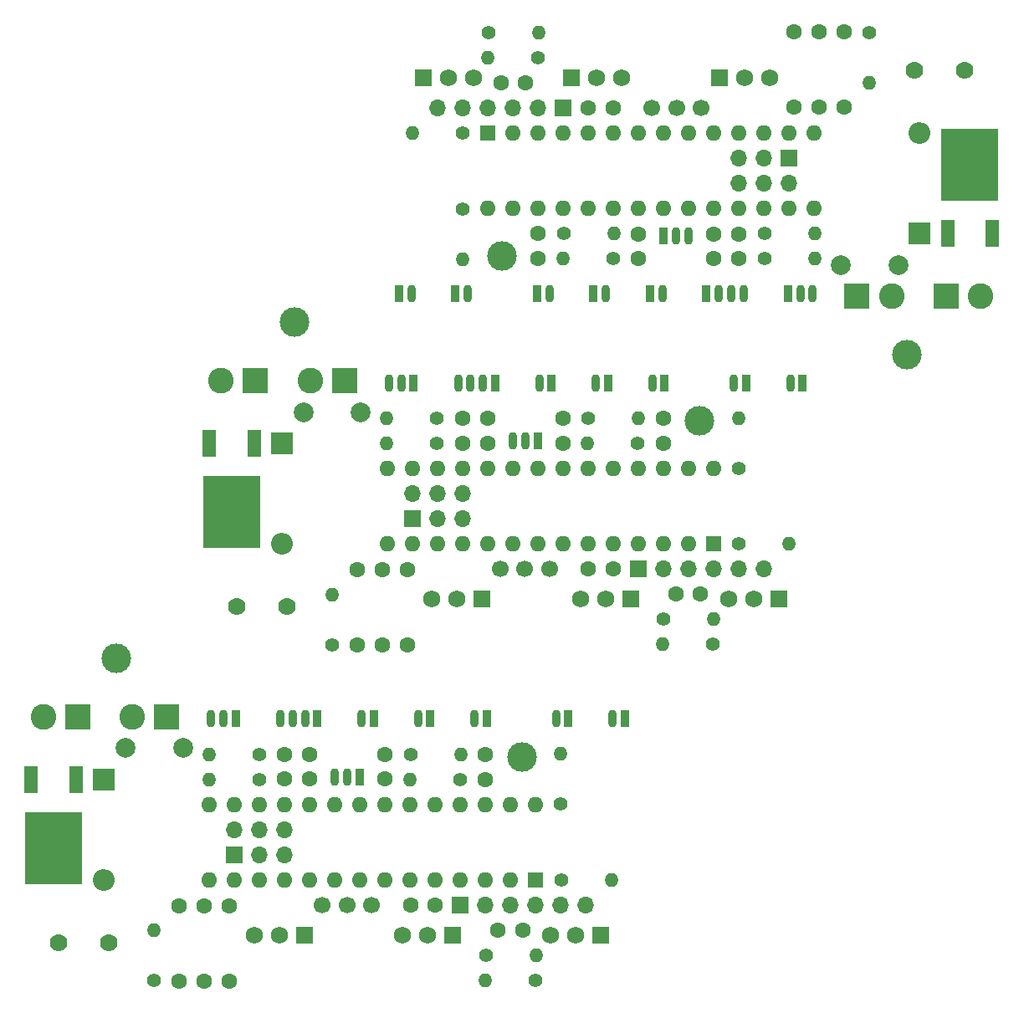
<source format=gbs>
%MOIN*%
%OFA0B0*%
%FSLAX46Y46*%
%IPPOS*%
%LPD*%
%ADD10C,0.0039370078740157488*%
%ADD11O,0.035433070866141732X0.070866141732283464*%
%ADD12R,0.035433070866141732X0.066929133858267723*%
%ADD13R,0.033464566929133861X0.066929133858267723*%
%ADD14O,0.033464566929133861X0.070866141732283464*%
%ADD15C,0.062992125984251982*%
%ADD16R,0.086614173228346469X0.086614173228346469*%
%ADD17O,0.086614173228346469X0.086614173228346469*%
%ADD18C,0.07874015748031496*%
%ADD19C,0.07*%
%ADD20R,0.066929133858267723X0.066929133858267723*%
%ADD21O,0.066929133858267723X0.066929133858267723*%
%ADD22C,0.11811023622047245*%
%ADD23C,0.068897637795275593*%
%ADD24R,0.068897637795275593X0.068897637795275593*%
%ADD25R,0.062992125984251982X0.062992125984251982*%
%ADD26O,0.062992125984251982X0.062992125984251982*%
%ADD27R,0.10236220472440946X0.10236220472440946*%
%ADD28C,0.10236220472440946*%
%ADD29C,0.066929133858267723*%
%ADD30C,0.055118110236220472*%
%ADD31O,0.055118110236220472X0.055118110236220472*%
%ADD32R,0.055118110236220472X0.10629921259842522*%
%ADD33R,0.2283464566929134X0.29133858267716539*%
%ADD44C,0.0039370078740157488*%
%ADD45O,0.035433070866141732X0.070866141732283464*%
%ADD46R,0.035433070866141732X0.066929133858267723*%
%ADD47R,0.033464566929133861X0.066929133858267723*%
%ADD48O,0.033464566929133861X0.070866141732283464*%
%ADD49C,0.062992125984251982*%
%ADD50R,0.086614173228346469X0.086614173228346469*%
%ADD51O,0.086614173228346469X0.086614173228346469*%
%ADD52C,0.07874015748031496*%
%ADD53C,0.07*%
%ADD54R,0.066929133858267723X0.066929133858267723*%
%ADD55O,0.066929133858267723X0.066929133858267723*%
%ADD56C,0.11811023622047245*%
%ADD57C,0.068897637795275593*%
%ADD58R,0.068897637795275593X0.068897637795275593*%
%ADD59R,0.062992125984251982X0.062992125984251982*%
%ADD60O,0.062992125984251982X0.062992125984251982*%
%ADD61R,0.10236220472440946X0.10236220472440946*%
%ADD62C,0.10236220472440946*%
%ADD63C,0.066929133858267723*%
%ADD64C,0.055118110236220472*%
%ADD65O,0.055118110236220472X0.055118110236220472*%
%ADD66R,0.055118110236220472X0.10629921259842522*%
%ADD67R,0.2283464566929134X0.29133858267716539*%
%ADD68C,0.0039370078740157488*%
%ADD69O,0.035433070866141732X0.070866141732283464*%
%ADD70R,0.035433070866141732X0.066929133858267723*%
%ADD71R,0.033464566929133861X0.066929133858267723*%
%ADD72O,0.033464566929133861X0.070866141732283464*%
%ADD73C,0.062992125984251982*%
%ADD74R,0.086614173228346469X0.086614173228346469*%
%ADD75O,0.086614173228346469X0.086614173228346469*%
%ADD76C,0.07874015748031496*%
%ADD77C,0.07*%
%ADD78R,0.066929133858267723X0.066929133858267723*%
%ADD79O,0.066929133858267723X0.066929133858267723*%
%ADD80C,0.11811023622047245*%
%ADD81C,0.068897637795275593*%
%ADD82R,0.068897637795275593X0.068897637795275593*%
%ADD83R,0.062992125984251982X0.062992125984251982*%
%ADD84O,0.062992125984251982X0.062992125984251982*%
%ADD85R,0.10236220472440946X0.10236220472440946*%
%ADD86C,0.10236220472440946*%
%ADD87C,0.066929133858267723*%
%ADD88C,0.055118110236220472*%
%ADD89O,0.055118110236220472X0.055118110236220472*%
%ADD90R,0.055118110236220472X0.10629921259842522*%
%ADD91R,0.2283464566929134X0.29133858267716539*%
G01*
D10*
D11*
X-0004606299Y0004527559D02*
X0001313307Y0000890551D03*
X0001263307Y0000890551D03*
D12*
X0001363307Y0000890551D03*
D13*
X0000868307Y0001122047D03*
D14*
X0000819094Y0001122047D03*
X0000769881Y0001122047D03*
D13*
X0001193307Y0001122047D03*
D14*
X0001144094Y0001122047D03*
X0001094881Y0001122047D03*
X0001045669Y0001122047D03*
D15*
X0000643700Y0000377559D03*
X0000643700Y0000077559D03*
D16*
X0000343307Y0000881299D03*
D17*
X0000343307Y0000481299D03*
D18*
X0000429133Y0001006299D03*
X0000657480Y0001006299D03*
D19*
X0000363307Y0000231299D03*
X0000163307Y0000231299D03*
D20*
X0001763307Y0000381299D03*
D21*
X0001863307Y0000381299D03*
X0001963307Y0000381299D03*
X0002063307Y0000381299D03*
X0002163307Y0000381299D03*
X0002263307Y0000381299D03*
D22*
X0002007795Y0000969881D03*
D23*
X0002122755Y0000261220D03*
X0002222755Y0000261220D03*
D24*
X0002322755Y0000261220D03*
D22*
X0000393622Y0001363582D03*
D25*
X0002063307Y0000481299D03*
D26*
X0000763307Y0000781299D03*
X0001963307Y0000481299D03*
X0000863307Y0000781299D03*
X0001863307Y0000481299D03*
X0000963307Y0000781299D03*
X0001763307Y0000481299D03*
X0001063307Y0000781299D03*
X0001663307Y0000481299D03*
X0001163307Y0000781299D03*
X0001563307Y0000481299D03*
X0001263307Y0000781299D03*
X0001463307Y0000481299D03*
X0001363307Y0000781299D03*
X0001363307Y0000481299D03*
X0001463307Y0000781299D03*
X0001263307Y0000481299D03*
X0001563307Y0000781299D03*
X0001163307Y0000481299D03*
X0001663307Y0000781299D03*
X0001063307Y0000481299D03*
X0001763307Y0000781299D03*
X0000963307Y0000481299D03*
X0001863307Y0000781299D03*
X0000863307Y0000481299D03*
X0001963307Y0000781299D03*
X0000763307Y0000481299D03*
X0002063307Y0000781299D03*
D27*
X0000593307Y0001131299D03*
D28*
X0000455511Y0001131299D03*
D27*
X0000238307Y0001131299D03*
D28*
X0000100511Y0001131299D03*
D29*
X0001213307Y0000381299D03*
X0001311732Y0000381299D03*
X0001410157Y0000381299D03*
D30*
X0001864881Y0000181299D03*
D31*
X0002064881Y0000181299D03*
D30*
X0002061732Y0000081299D03*
D31*
X0001861732Y0000081299D03*
D15*
X0001463307Y0000981299D03*
X0001463307Y0000882873D03*
X0001163307Y0000981299D03*
X0001163307Y0000882873D03*
X0001663307Y0000381299D03*
X0001564881Y0000381299D03*
X0001063307Y0000981299D03*
X0001063307Y0000882873D03*
X0001913307Y0000281299D03*
X0002011732Y0000281299D03*
D30*
X0002164881Y0000481299D03*
D31*
X0002364881Y0000481299D03*
D15*
X0001863307Y0000881299D03*
X0001863307Y0000979724D03*
D30*
X0001564881Y0000981299D03*
D31*
X0001764881Y0000981299D03*
D30*
X0001761732Y0000881299D03*
D31*
X0001561732Y0000881299D03*
D23*
X0001532204Y0000261220D03*
X0001632204Y0000261220D03*
D24*
X0001732204Y0000261220D03*
D23*
X0000941653Y0000261220D03*
X0001041653Y0000261220D03*
D24*
X0001141653Y0000261220D03*
D30*
X0000961732Y0000881299D03*
D31*
X0000761732Y0000881299D03*
D30*
X0000961732Y0000981299D03*
D31*
X0000761732Y0000981299D03*
D30*
X0002163307Y0000782874D03*
D31*
X0002163307Y0000982874D03*
D15*
X0000743700Y0000377559D03*
X0000743700Y0000077559D03*
D30*
X0000543700Y0000079133D03*
D31*
X0000543700Y0000279133D03*
D20*
X0000863307Y0000581299D03*
D21*
X0000863307Y0000681299D03*
X0000963307Y0000581299D03*
X0000963307Y0000681299D03*
X0001063307Y0000581299D03*
X0001063307Y0000681299D03*
D32*
X0000053543Y0000881496D03*
X0000233070Y0000881496D03*
D33*
X0000143307Y0000606614D03*
D15*
X0000843700Y0000377559D03*
X0000843700Y0000077559D03*
D13*
X0002193307Y0001122047D03*
D14*
X0002144094Y0001122047D03*
D13*
X0001868307Y0001122047D03*
D14*
X0001819094Y0001122047D03*
D13*
X0002418307Y0001122047D03*
D14*
X0002369094Y0001122047D03*
D13*
X0001418307Y0001122047D03*
D14*
X0001369094Y0001122047D03*
D13*
X0001643307Y0001122047D03*
D14*
X0001594094Y0001122047D03*
G04 next file*
G04 #@! TF.FileFunction,Soldermask,Bot*
G04 Gerber Fmt 4.6, Leading zero omitted, Abs format (unit mm)*
G04 Created by KiCad (PCBNEW 4.0.7) date 08/30/19 18:47:50*
G01*
G04 APERTURE LIST*
G04 APERTURE END LIST*
D44*
D45*
X-0003897637Y0005866141D02*
X0002021968Y0002229133D03*
X0001971968Y0002229133D03*
D46*
X0002071968Y0002229133D03*
D47*
X0001576968Y0002460629D03*
D48*
X0001527755Y0002460629D03*
X0001478543Y0002460629D03*
D47*
X0001901968Y0002460629D03*
D48*
X0001852755Y0002460629D03*
X0001803543Y0002460629D03*
X0001754330Y0002460629D03*
D49*
X0001352362Y0001716141D03*
X0001352362Y0001416141D03*
D50*
X0001051968Y0002219881D03*
D51*
X0001051968Y0001819881D03*
D52*
X0001137795Y0002344881D03*
X0001366141Y0002344881D03*
D53*
X0001071968Y0001569881D03*
X0000871968Y0001569881D03*
D54*
X0002471968Y0001719881D03*
D55*
X0002571968Y0001719881D03*
X0002671968Y0001719881D03*
X0002771968Y0001719881D03*
X0002871968Y0001719881D03*
X0002971968Y0001719881D03*
D56*
X0002716456Y0002308464D03*
D57*
X0002831417Y0001599803D03*
X0002931417Y0001599803D03*
D58*
X0003031417Y0001599803D03*
D56*
X0001102283Y0002702165D03*
D59*
X0002771968Y0001819881D03*
D60*
X0001471968Y0002119881D03*
X0002671968Y0001819881D03*
X0001571968Y0002119881D03*
X0002571968Y0001819881D03*
X0001671968Y0002119881D03*
X0002471968Y0001819881D03*
X0001771968Y0002119881D03*
X0002371968Y0001819881D03*
X0001871968Y0002119881D03*
X0002271968Y0001819881D03*
X0001971968Y0002119881D03*
X0002171968Y0001819881D03*
X0002071968Y0002119881D03*
X0002071968Y0001819881D03*
X0002171968Y0002119881D03*
X0001971968Y0001819881D03*
X0002271968Y0002119881D03*
X0001871968Y0001819881D03*
X0002371968Y0002119881D03*
X0001771968Y0001819881D03*
X0002471968Y0002119881D03*
X0001671968Y0001819881D03*
X0002571968Y0002119881D03*
X0001571968Y0001819881D03*
X0002671968Y0002119881D03*
X0001471968Y0001819881D03*
X0002771968Y0002119881D03*
D61*
X0001301968Y0002469881D03*
D62*
X0001164173Y0002469881D03*
D61*
X0000946968Y0002469881D03*
D62*
X0000809173Y0002469881D03*
D63*
X0001921968Y0001719881D03*
X0002020393Y0001719881D03*
X0002118818Y0001719881D03*
D64*
X0002573543Y0001519881D03*
D65*
X0002773543Y0001519881D03*
D64*
X0002770393Y0001419881D03*
D65*
X0002570393Y0001419881D03*
D49*
X0002171968Y0002319881D03*
X0002171968Y0002221456D03*
X0001871968Y0002319881D03*
X0001871968Y0002221456D03*
X0002371968Y0001719881D03*
X0002273543Y0001719881D03*
X0001771968Y0002319881D03*
X0001771968Y0002221456D03*
X0002621968Y0001619881D03*
X0002720393Y0001619881D03*
D64*
X0002873543Y0001819881D03*
D65*
X0003073543Y0001819881D03*
D49*
X0002571968Y0002219881D03*
X0002571968Y0002318307D03*
D64*
X0002273543Y0002319881D03*
D65*
X0002473543Y0002319881D03*
D64*
X0002470393Y0002219881D03*
D65*
X0002270393Y0002219881D03*
D57*
X0002240866Y0001599803D03*
X0002340866Y0001599803D03*
D58*
X0002440866Y0001599803D03*
D57*
X0001650314Y0001599803D03*
X0001750314Y0001599803D03*
D58*
X0001850314Y0001599803D03*
D64*
X0001670393Y0002219881D03*
D65*
X0001470393Y0002219881D03*
D64*
X0001670393Y0002319881D03*
D65*
X0001470393Y0002319881D03*
D64*
X0002871968Y0002121456D03*
D65*
X0002871968Y0002321456D03*
D49*
X0001452362Y0001716141D03*
X0001452362Y0001416141D03*
D64*
X0001252362Y0001417716D03*
D65*
X0001252362Y0001617716D03*
D54*
X0001571968Y0001919881D03*
D55*
X0001571968Y0002019881D03*
X0001671968Y0001919881D03*
X0001671968Y0002019881D03*
X0001771968Y0001919881D03*
X0001771968Y0002019881D03*
D66*
X0000762204Y0002220078D03*
X0000941732Y0002220078D03*
D67*
X0000851968Y0001945196D03*
D49*
X0001552362Y0001716141D03*
X0001552362Y0001416141D03*
D47*
X0002901968Y0002460629D03*
D48*
X0002852755Y0002460629D03*
D47*
X0002576968Y0002460629D03*
D48*
X0002527755Y0002460629D03*
D47*
X0003126968Y0002460629D03*
D48*
X0003077755Y0002460629D03*
D47*
X0002126968Y0002460629D03*
D48*
X0002077755Y0002460629D03*
D47*
X0002351968Y0002460629D03*
D48*
X0002302755Y0002460629D03*
G04 next file*
G04 #@! TF.FileFunction,Soldermask,Bot*
G04 Gerber Fmt 4.6, Leading zero omitted, Abs format (unit mm)*
G04 Created by KiCad (PCBNEW 4.0.7) date 08/30/19 18:47:50*
G01*
G04 APERTURE LIST*
G04 APERTURE END LIST*
D68*
D69*
X0008543307Y-0000590551D02*
X0002623700Y0003046456D03*
X0002673700Y0003046456D03*
D70*
X0002573700Y0003046456D03*
D71*
X0003068700Y0002814960D03*
D72*
X0003117913Y0002814960D03*
X0003167125Y0002814960D03*
D71*
X0002743700Y0002814960D03*
D72*
X0002792913Y0002814960D03*
X0002842125Y0002814960D03*
X0002891338Y0002814960D03*
D73*
X0003293307Y0003559448D03*
X0003293307Y0003859448D03*
D74*
X0003593700Y0003055708D03*
D75*
X0003593700Y0003455708D03*
D76*
X0003507874Y0002930708D03*
X0003279527Y0002930708D03*
D77*
X0003573700Y0003705708D03*
X0003773700Y0003705708D03*
D78*
X0002173700Y0003555708D03*
D79*
X0002073700Y0003555708D03*
X0001973700Y0003555708D03*
X0001873700Y0003555708D03*
X0001773700Y0003555708D03*
X0001673700Y0003555708D03*
D80*
X0001929212Y0002967125D03*
D81*
X0001814251Y0003675787D03*
X0001714251Y0003675787D03*
D82*
X0001614251Y0003675787D03*
D80*
X0003543385Y0002573425D03*
D83*
X0001873700Y0003455708D03*
D84*
X0003173700Y0003155708D03*
X0001973700Y0003455708D03*
X0003073700Y0003155708D03*
X0002073700Y0003455708D03*
X0002973700Y0003155708D03*
X0002173700Y0003455708D03*
X0002873700Y0003155708D03*
X0002273700Y0003455708D03*
X0002773700Y0003155708D03*
X0002373700Y0003455708D03*
X0002673700Y0003155708D03*
X0002473700Y0003455708D03*
X0002573700Y0003155708D03*
X0002573700Y0003455708D03*
X0002473700Y0003155708D03*
X0002673700Y0003455708D03*
X0002373700Y0003155708D03*
X0002773700Y0003455708D03*
X0002273700Y0003155708D03*
X0002873700Y0003455708D03*
X0002173700Y0003155708D03*
X0002973700Y0003455708D03*
X0002073700Y0003155708D03*
X0003073700Y0003455708D03*
X0001973700Y0003155708D03*
X0003173700Y0003455708D03*
X0001873700Y0003155708D03*
D85*
X0003343700Y0002805708D03*
D86*
X0003481496Y0002805708D03*
D85*
X0003698700Y0002805708D03*
D86*
X0003836496Y0002805708D03*
D87*
X0002723700Y0003555708D03*
X0002625275Y0003555708D03*
X0002526850Y0003555708D03*
D88*
X0002072125Y0003755708D03*
D89*
X0001872125Y0003755708D03*
D88*
X0001875275Y0003855708D03*
D89*
X0002075275Y0003855708D03*
D73*
X0002473700Y0002955708D03*
X0002473700Y0003054133D03*
X0002773700Y0002955708D03*
X0002773700Y0003054133D03*
X0002273700Y0003555708D03*
X0002372125Y0003555708D03*
X0002873700Y0002955708D03*
X0002873700Y0003054133D03*
X0002023700Y0003655708D03*
X0001925275Y0003655708D03*
D88*
X0001772125Y0003455708D03*
D89*
X0001572125Y0003455708D03*
D73*
X0002073700Y0003055708D03*
X0002073700Y0002957283D03*
D88*
X0002372125Y0002955708D03*
D89*
X0002172125Y0002955708D03*
D88*
X0002175275Y0003055708D03*
D89*
X0002375275Y0003055708D03*
D81*
X0002404803Y0003675787D03*
X0002304803Y0003675787D03*
D82*
X0002204803Y0003675787D03*
D81*
X0002995354Y0003675787D03*
X0002895354Y0003675787D03*
D82*
X0002795354Y0003675787D03*
D88*
X0002975275Y0003055708D03*
D89*
X0003175275Y0003055708D03*
D88*
X0002975275Y0002955708D03*
D89*
X0003175275Y0002955708D03*
D88*
X0001773700Y0003154133D03*
D89*
X0001773700Y0002954133D03*
D73*
X0003193307Y0003559448D03*
X0003193307Y0003859448D03*
D88*
X0003393307Y0003857874D03*
D89*
X0003393307Y0003657874D03*
D78*
X0003073700Y0003355708D03*
D79*
X0003073700Y0003255708D03*
X0002973700Y0003355708D03*
X0002973700Y0003255708D03*
X0002873700Y0003355708D03*
X0002873700Y0003255708D03*
D90*
X0003883464Y0003055511D03*
X0003703937Y0003055511D03*
D91*
X0003793700Y0003330393D03*
D73*
X0003093307Y0003559448D03*
X0003093307Y0003859448D03*
D71*
X0001743700Y0002814960D03*
D72*
X0001792913Y0002814960D03*
D71*
X0002068700Y0002814960D03*
D72*
X0002117913Y0002814960D03*
D71*
X0001518700Y0002814960D03*
D72*
X0001567913Y0002814960D03*
D71*
X0002518700Y0002814960D03*
D72*
X0002567913Y0002814960D03*
D71*
X0002293700Y0002814960D03*
D72*
X0002342913Y0002814960D03*
M02*
</source>
